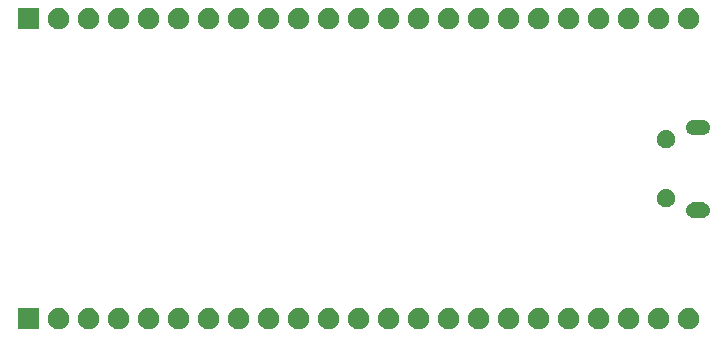
<source format=gbr>
G04 #@! TF.GenerationSoftware,KiCad,Pcbnew,(5.1.6)-1*
G04 #@! TF.CreationDate,2020-08-30T12:06:01+10:00*
G04 #@! TF.ProjectId,ESP32-S2-Breakout,45535033-322d-4533-922d-427265616b6f,rev?*
G04 #@! TF.SameCoordinates,Original*
G04 #@! TF.FileFunction,Soldermask,Bot*
G04 #@! TF.FilePolarity,Negative*
%FSLAX46Y46*%
G04 Gerber Fmt 4.6, Leading zero omitted, Abs format (unit mm)*
G04 Created by KiCad (PCBNEW (5.1.6)-1) date 2020-08-30 12:06:01*
%MOMM*%
%LPD*%
G01*
G04 APERTURE LIST*
%ADD10C,0.100000*%
G04 APERTURE END LIST*
D10*
G36*
X149973512Y-110863927D02*
G01*
X150122812Y-110893624D01*
X150286784Y-110961544D01*
X150434354Y-111060147D01*
X150559853Y-111185646D01*
X150658456Y-111333216D01*
X150726376Y-111497188D01*
X150761000Y-111671259D01*
X150761000Y-111848741D01*
X150726376Y-112022812D01*
X150658456Y-112186784D01*
X150559853Y-112334354D01*
X150434354Y-112459853D01*
X150286784Y-112558456D01*
X150122812Y-112626376D01*
X149973512Y-112656073D01*
X149948742Y-112661000D01*
X149771258Y-112661000D01*
X149746488Y-112656073D01*
X149597188Y-112626376D01*
X149433216Y-112558456D01*
X149285646Y-112459853D01*
X149160147Y-112334354D01*
X149061544Y-112186784D01*
X148993624Y-112022812D01*
X148959000Y-111848741D01*
X148959000Y-111671259D01*
X148993624Y-111497188D01*
X149061544Y-111333216D01*
X149160147Y-111185646D01*
X149285646Y-111060147D01*
X149433216Y-110961544D01*
X149597188Y-110893624D01*
X149746488Y-110863927D01*
X149771258Y-110859000D01*
X149948742Y-110859000D01*
X149973512Y-110863927D01*
G37*
G36*
X147433512Y-110863927D02*
G01*
X147582812Y-110893624D01*
X147746784Y-110961544D01*
X147894354Y-111060147D01*
X148019853Y-111185646D01*
X148118456Y-111333216D01*
X148186376Y-111497188D01*
X148221000Y-111671259D01*
X148221000Y-111848741D01*
X148186376Y-112022812D01*
X148118456Y-112186784D01*
X148019853Y-112334354D01*
X147894354Y-112459853D01*
X147746784Y-112558456D01*
X147582812Y-112626376D01*
X147433512Y-112656073D01*
X147408742Y-112661000D01*
X147231258Y-112661000D01*
X147206488Y-112656073D01*
X147057188Y-112626376D01*
X146893216Y-112558456D01*
X146745646Y-112459853D01*
X146620147Y-112334354D01*
X146521544Y-112186784D01*
X146453624Y-112022812D01*
X146419000Y-111848741D01*
X146419000Y-111671259D01*
X146453624Y-111497188D01*
X146521544Y-111333216D01*
X146620147Y-111185646D01*
X146745646Y-111060147D01*
X146893216Y-110961544D01*
X147057188Y-110893624D01*
X147206488Y-110863927D01*
X147231258Y-110859000D01*
X147408742Y-110859000D01*
X147433512Y-110863927D01*
G37*
G36*
X172833512Y-110863927D02*
G01*
X172982812Y-110893624D01*
X173146784Y-110961544D01*
X173294354Y-111060147D01*
X173419853Y-111185646D01*
X173518456Y-111333216D01*
X173586376Y-111497188D01*
X173621000Y-111671259D01*
X173621000Y-111848741D01*
X173586376Y-112022812D01*
X173518456Y-112186784D01*
X173419853Y-112334354D01*
X173294354Y-112459853D01*
X173146784Y-112558456D01*
X172982812Y-112626376D01*
X172833512Y-112656073D01*
X172808742Y-112661000D01*
X172631258Y-112661000D01*
X172606488Y-112656073D01*
X172457188Y-112626376D01*
X172293216Y-112558456D01*
X172145646Y-112459853D01*
X172020147Y-112334354D01*
X171921544Y-112186784D01*
X171853624Y-112022812D01*
X171819000Y-111848741D01*
X171819000Y-111671259D01*
X171853624Y-111497188D01*
X171921544Y-111333216D01*
X172020147Y-111185646D01*
X172145646Y-111060147D01*
X172293216Y-110961544D01*
X172457188Y-110893624D01*
X172606488Y-110863927D01*
X172631258Y-110859000D01*
X172808742Y-110859000D01*
X172833512Y-110863927D01*
G37*
G36*
X170293512Y-110863927D02*
G01*
X170442812Y-110893624D01*
X170606784Y-110961544D01*
X170754354Y-111060147D01*
X170879853Y-111185646D01*
X170978456Y-111333216D01*
X171046376Y-111497188D01*
X171081000Y-111671259D01*
X171081000Y-111848741D01*
X171046376Y-112022812D01*
X170978456Y-112186784D01*
X170879853Y-112334354D01*
X170754354Y-112459853D01*
X170606784Y-112558456D01*
X170442812Y-112626376D01*
X170293512Y-112656073D01*
X170268742Y-112661000D01*
X170091258Y-112661000D01*
X170066488Y-112656073D01*
X169917188Y-112626376D01*
X169753216Y-112558456D01*
X169605646Y-112459853D01*
X169480147Y-112334354D01*
X169381544Y-112186784D01*
X169313624Y-112022812D01*
X169279000Y-111848741D01*
X169279000Y-111671259D01*
X169313624Y-111497188D01*
X169381544Y-111333216D01*
X169480147Y-111185646D01*
X169605646Y-111060147D01*
X169753216Y-110961544D01*
X169917188Y-110893624D01*
X170066488Y-110863927D01*
X170091258Y-110859000D01*
X170268742Y-110859000D01*
X170293512Y-110863927D01*
G37*
G36*
X167753512Y-110863927D02*
G01*
X167902812Y-110893624D01*
X168066784Y-110961544D01*
X168214354Y-111060147D01*
X168339853Y-111185646D01*
X168438456Y-111333216D01*
X168506376Y-111497188D01*
X168541000Y-111671259D01*
X168541000Y-111848741D01*
X168506376Y-112022812D01*
X168438456Y-112186784D01*
X168339853Y-112334354D01*
X168214354Y-112459853D01*
X168066784Y-112558456D01*
X167902812Y-112626376D01*
X167753512Y-112656073D01*
X167728742Y-112661000D01*
X167551258Y-112661000D01*
X167526488Y-112656073D01*
X167377188Y-112626376D01*
X167213216Y-112558456D01*
X167065646Y-112459853D01*
X166940147Y-112334354D01*
X166841544Y-112186784D01*
X166773624Y-112022812D01*
X166739000Y-111848741D01*
X166739000Y-111671259D01*
X166773624Y-111497188D01*
X166841544Y-111333216D01*
X166940147Y-111185646D01*
X167065646Y-111060147D01*
X167213216Y-110961544D01*
X167377188Y-110893624D01*
X167526488Y-110863927D01*
X167551258Y-110859000D01*
X167728742Y-110859000D01*
X167753512Y-110863927D01*
G37*
G36*
X165213512Y-110863927D02*
G01*
X165362812Y-110893624D01*
X165526784Y-110961544D01*
X165674354Y-111060147D01*
X165799853Y-111185646D01*
X165898456Y-111333216D01*
X165966376Y-111497188D01*
X166001000Y-111671259D01*
X166001000Y-111848741D01*
X165966376Y-112022812D01*
X165898456Y-112186784D01*
X165799853Y-112334354D01*
X165674354Y-112459853D01*
X165526784Y-112558456D01*
X165362812Y-112626376D01*
X165213512Y-112656073D01*
X165188742Y-112661000D01*
X165011258Y-112661000D01*
X164986488Y-112656073D01*
X164837188Y-112626376D01*
X164673216Y-112558456D01*
X164525646Y-112459853D01*
X164400147Y-112334354D01*
X164301544Y-112186784D01*
X164233624Y-112022812D01*
X164199000Y-111848741D01*
X164199000Y-111671259D01*
X164233624Y-111497188D01*
X164301544Y-111333216D01*
X164400147Y-111185646D01*
X164525646Y-111060147D01*
X164673216Y-110961544D01*
X164837188Y-110893624D01*
X164986488Y-110863927D01*
X165011258Y-110859000D01*
X165188742Y-110859000D01*
X165213512Y-110863927D01*
G37*
G36*
X162673512Y-110863927D02*
G01*
X162822812Y-110893624D01*
X162986784Y-110961544D01*
X163134354Y-111060147D01*
X163259853Y-111185646D01*
X163358456Y-111333216D01*
X163426376Y-111497188D01*
X163461000Y-111671259D01*
X163461000Y-111848741D01*
X163426376Y-112022812D01*
X163358456Y-112186784D01*
X163259853Y-112334354D01*
X163134354Y-112459853D01*
X162986784Y-112558456D01*
X162822812Y-112626376D01*
X162673512Y-112656073D01*
X162648742Y-112661000D01*
X162471258Y-112661000D01*
X162446488Y-112656073D01*
X162297188Y-112626376D01*
X162133216Y-112558456D01*
X161985646Y-112459853D01*
X161860147Y-112334354D01*
X161761544Y-112186784D01*
X161693624Y-112022812D01*
X161659000Y-111848741D01*
X161659000Y-111671259D01*
X161693624Y-111497188D01*
X161761544Y-111333216D01*
X161860147Y-111185646D01*
X161985646Y-111060147D01*
X162133216Y-110961544D01*
X162297188Y-110893624D01*
X162446488Y-110863927D01*
X162471258Y-110859000D01*
X162648742Y-110859000D01*
X162673512Y-110863927D01*
G37*
G36*
X160133512Y-110863927D02*
G01*
X160282812Y-110893624D01*
X160446784Y-110961544D01*
X160594354Y-111060147D01*
X160719853Y-111185646D01*
X160818456Y-111333216D01*
X160886376Y-111497188D01*
X160921000Y-111671259D01*
X160921000Y-111848741D01*
X160886376Y-112022812D01*
X160818456Y-112186784D01*
X160719853Y-112334354D01*
X160594354Y-112459853D01*
X160446784Y-112558456D01*
X160282812Y-112626376D01*
X160133512Y-112656073D01*
X160108742Y-112661000D01*
X159931258Y-112661000D01*
X159906488Y-112656073D01*
X159757188Y-112626376D01*
X159593216Y-112558456D01*
X159445646Y-112459853D01*
X159320147Y-112334354D01*
X159221544Y-112186784D01*
X159153624Y-112022812D01*
X159119000Y-111848741D01*
X159119000Y-111671259D01*
X159153624Y-111497188D01*
X159221544Y-111333216D01*
X159320147Y-111185646D01*
X159445646Y-111060147D01*
X159593216Y-110961544D01*
X159757188Y-110893624D01*
X159906488Y-110863927D01*
X159931258Y-110859000D01*
X160108742Y-110859000D01*
X160133512Y-110863927D01*
G37*
G36*
X157593512Y-110863927D02*
G01*
X157742812Y-110893624D01*
X157906784Y-110961544D01*
X158054354Y-111060147D01*
X158179853Y-111185646D01*
X158278456Y-111333216D01*
X158346376Y-111497188D01*
X158381000Y-111671259D01*
X158381000Y-111848741D01*
X158346376Y-112022812D01*
X158278456Y-112186784D01*
X158179853Y-112334354D01*
X158054354Y-112459853D01*
X157906784Y-112558456D01*
X157742812Y-112626376D01*
X157593512Y-112656073D01*
X157568742Y-112661000D01*
X157391258Y-112661000D01*
X157366488Y-112656073D01*
X157217188Y-112626376D01*
X157053216Y-112558456D01*
X156905646Y-112459853D01*
X156780147Y-112334354D01*
X156681544Y-112186784D01*
X156613624Y-112022812D01*
X156579000Y-111848741D01*
X156579000Y-111671259D01*
X156613624Y-111497188D01*
X156681544Y-111333216D01*
X156780147Y-111185646D01*
X156905646Y-111060147D01*
X157053216Y-110961544D01*
X157217188Y-110893624D01*
X157366488Y-110863927D01*
X157391258Y-110859000D01*
X157568742Y-110859000D01*
X157593512Y-110863927D01*
G37*
G36*
X155053512Y-110863927D02*
G01*
X155202812Y-110893624D01*
X155366784Y-110961544D01*
X155514354Y-111060147D01*
X155639853Y-111185646D01*
X155738456Y-111333216D01*
X155806376Y-111497188D01*
X155841000Y-111671259D01*
X155841000Y-111848741D01*
X155806376Y-112022812D01*
X155738456Y-112186784D01*
X155639853Y-112334354D01*
X155514354Y-112459853D01*
X155366784Y-112558456D01*
X155202812Y-112626376D01*
X155053512Y-112656073D01*
X155028742Y-112661000D01*
X154851258Y-112661000D01*
X154826488Y-112656073D01*
X154677188Y-112626376D01*
X154513216Y-112558456D01*
X154365646Y-112459853D01*
X154240147Y-112334354D01*
X154141544Y-112186784D01*
X154073624Y-112022812D01*
X154039000Y-111848741D01*
X154039000Y-111671259D01*
X154073624Y-111497188D01*
X154141544Y-111333216D01*
X154240147Y-111185646D01*
X154365646Y-111060147D01*
X154513216Y-110961544D01*
X154677188Y-110893624D01*
X154826488Y-110863927D01*
X154851258Y-110859000D01*
X155028742Y-110859000D01*
X155053512Y-110863927D01*
G37*
G36*
X152513512Y-110863927D02*
G01*
X152662812Y-110893624D01*
X152826784Y-110961544D01*
X152974354Y-111060147D01*
X153099853Y-111185646D01*
X153198456Y-111333216D01*
X153266376Y-111497188D01*
X153301000Y-111671259D01*
X153301000Y-111848741D01*
X153266376Y-112022812D01*
X153198456Y-112186784D01*
X153099853Y-112334354D01*
X152974354Y-112459853D01*
X152826784Y-112558456D01*
X152662812Y-112626376D01*
X152513512Y-112656073D01*
X152488742Y-112661000D01*
X152311258Y-112661000D01*
X152286488Y-112656073D01*
X152137188Y-112626376D01*
X151973216Y-112558456D01*
X151825646Y-112459853D01*
X151700147Y-112334354D01*
X151601544Y-112186784D01*
X151533624Y-112022812D01*
X151499000Y-111848741D01*
X151499000Y-111671259D01*
X151533624Y-111497188D01*
X151601544Y-111333216D01*
X151700147Y-111185646D01*
X151825646Y-111060147D01*
X151973216Y-110961544D01*
X152137188Y-110893624D01*
X152286488Y-110863927D01*
X152311258Y-110859000D01*
X152488742Y-110859000D01*
X152513512Y-110863927D01*
G37*
G36*
X175373512Y-110863927D02*
G01*
X175522812Y-110893624D01*
X175686784Y-110961544D01*
X175834354Y-111060147D01*
X175959853Y-111185646D01*
X176058456Y-111333216D01*
X176126376Y-111497188D01*
X176161000Y-111671259D01*
X176161000Y-111848741D01*
X176126376Y-112022812D01*
X176058456Y-112186784D01*
X175959853Y-112334354D01*
X175834354Y-112459853D01*
X175686784Y-112558456D01*
X175522812Y-112626376D01*
X175373512Y-112656073D01*
X175348742Y-112661000D01*
X175171258Y-112661000D01*
X175146488Y-112656073D01*
X174997188Y-112626376D01*
X174833216Y-112558456D01*
X174685646Y-112459853D01*
X174560147Y-112334354D01*
X174461544Y-112186784D01*
X174393624Y-112022812D01*
X174359000Y-111848741D01*
X174359000Y-111671259D01*
X174393624Y-111497188D01*
X174461544Y-111333216D01*
X174560147Y-111185646D01*
X174685646Y-111060147D01*
X174833216Y-110961544D01*
X174997188Y-110893624D01*
X175146488Y-110863927D01*
X175171258Y-110859000D01*
X175348742Y-110859000D01*
X175373512Y-110863927D01*
G37*
G36*
X144893512Y-110863927D02*
G01*
X145042812Y-110893624D01*
X145206784Y-110961544D01*
X145354354Y-111060147D01*
X145479853Y-111185646D01*
X145578456Y-111333216D01*
X145646376Y-111497188D01*
X145681000Y-111671259D01*
X145681000Y-111848741D01*
X145646376Y-112022812D01*
X145578456Y-112186784D01*
X145479853Y-112334354D01*
X145354354Y-112459853D01*
X145206784Y-112558456D01*
X145042812Y-112626376D01*
X144893512Y-112656073D01*
X144868742Y-112661000D01*
X144691258Y-112661000D01*
X144666488Y-112656073D01*
X144517188Y-112626376D01*
X144353216Y-112558456D01*
X144205646Y-112459853D01*
X144080147Y-112334354D01*
X143981544Y-112186784D01*
X143913624Y-112022812D01*
X143879000Y-111848741D01*
X143879000Y-111671259D01*
X143913624Y-111497188D01*
X143981544Y-111333216D01*
X144080147Y-111185646D01*
X144205646Y-111060147D01*
X144353216Y-110961544D01*
X144517188Y-110893624D01*
X144666488Y-110863927D01*
X144691258Y-110859000D01*
X144868742Y-110859000D01*
X144893512Y-110863927D01*
G37*
G36*
X142353512Y-110863927D02*
G01*
X142502812Y-110893624D01*
X142666784Y-110961544D01*
X142814354Y-111060147D01*
X142939853Y-111185646D01*
X143038456Y-111333216D01*
X143106376Y-111497188D01*
X143141000Y-111671259D01*
X143141000Y-111848741D01*
X143106376Y-112022812D01*
X143038456Y-112186784D01*
X142939853Y-112334354D01*
X142814354Y-112459853D01*
X142666784Y-112558456D01*
X142502812Y-112626376D01*
X142353512Y-112656073D01*
X142328742Y-112661000D01*
X142151258Y-112661000D01*
X142126488Y-112656073D01*
X141977188Y-112626376D01*
X141813216Y-112558456D01*
X141665646Y-112459853D01*
X141540147Y-112334354D01*
X141441544Y-112186784D01*
X141373624Y-112022812D01*
X141339000Y-111848741D01*
X141339000Y-111671259D01*
X141373624Y-111497188D01*
X141441544Y-111333216D01*
X141540147Y-111185646D01*
X141665646Y-111060147D01*
X141813216Y-110961544D01*
X141977188Y-110893624D01*
X142126488Y-110863927D01*
X142151258Y-110859000D01*
X142328742Y-110859000D01*
X142353512Y-110863927D01*
G37*
G36*
X139813512Y-110863927D02*
G01*
X139962812Y-110893624D01*
X140126784Y-110961544D01*
X140274354Y-111060147D01*
X140399853Y-111185646D01*
X140498456Y-111333216D01*
X140566376Y-111497188D01*
X140601000Y-111671259D01*
X140601000Y-111848741D01*
X140566376Y-112022812D01*
X140498456Y-112186784D01*
X140399853Y-112334354D01*
X140274354Y-112459853D01*
X140126784Y-112558456D01*
X139962812Y-112626376D01*
X139813512Y-112656073D01*
X139788742Y-112661000D01*
X139611258Y-112661000D01*
X139586488Y-112656073D01*
X139437188Y-112626376D01*
X139273216Y-112558456D01*
X139125646Y-112459853D01*
X139000147Y-112334354D01*
X138901544Y-112186784D01*
X138833624Y-112022812D01*
X138799000Y-111848741D01*
X138799000Y-111671259D01*
X138833624Y-111497188D01*
X138901544Y-111333216D01*
X139000147Y-111185646D01*
X139125646Y-111060147D01*
X139273216Y-110961544D01*
X139437188Y-110893624D01*
X139586488Y-110863927D01*
X139611258Y-110859000D01*
X139788742Y-110859000D01*
X139813512Y-110863927D01*
G37*
G36*
X137273512Y-110863927D02*
G01*
X137422812Y-110893624D01*
X137586784Y-110961544D01*
X137734354Y-111060147D01*
X137859853Y-111185646D01*
X137958456Y-111333216D01*
X138026376Y-111497188D01*
X138061000Y-111671259D01*
X138061000Y-111848741D01*
X138026376Y-112022812D01*
X137958456Y-112186784D01*
X137859853Y-112334354D01*
X137734354Y-112459853D01*
X137586784Y-112558456D01*
X137422812Y-112626376D01*
X137273512Y-112656073D01*
X137248742Y-112661000D01*
X137071258Y-112661000D01*
X137046488Y-112656073D01*
X136897188Y-112626376D01*
X136733216Y-112558456D01*
X136585646Y-112459853D01*
X136460147Y-112334354D01*
X136361544Y-112186784D01*
X136293624Y-112022812D01*
X136259000Y-111848741D01*
X136259000Y-111671259D01*
X136293624Y-111497188D01*
X136361544Y-111333216D01*
X136460147Y-111185646D01*
X136585646Y-111060147D01*
X136733216Y-110961544D01*
X136897188Y-110893624D01*
X137046488Y-110863927D01*
X137071258Y-110859000D01*
X137248742Y-110859000D01*
X137273512Y-110863927D01*
G37*
G36*
X134733512Y-110863927D02*
G01*
X134882812Y-110893624D01*
X135046784Y-110961544D01*
X135194354Y-111060147D01*
X135319853Y-111185646D01*
X135418456Y-111333216D01*
X135486376Y-111497188D01*
X135521000Y-111671259D01*
X135521000Y-111848741D01*
X135486376Y-112022812D01*
X135418456Y-112186784D01*
X135319853Y-112334354D01*
X135194354Y-112459853D01*
X135046784Y-112558456D01*
X134882812Y-112626376D01*
X134733512Y-112656073D01*
X134708742Y-112661000D01*
X134531258Y-112661000D01*
X134506488Y-112656073D01*
X134357188Y-112626376D01*
X134193216Y-112558456D01*
X134045646Y-112459853D01*
X133920147Y-112334354D01*
X133821544Y-112186784D01*
X133753624Y-112022812D01*
X133719000Y-111848741D01*
X133719000Y-111671259D01*
X133753624Y-111497188D01*
X133821544Y-111333216D01*
X133920147Y-111185646D01*
X134045646Y-111060147D01*
X134193216Y-110961544D01*
X134357188Y-110893624D01*
X134506488Y-110863927D01*
X134531258Y-110859000D01*
X134708742Y-110859000D01*
X134733512Y-110863927D01*
G37*
G36*
X132193512Y-110863927D02*
G01*
X132342812Y-110893624D01*
X132506784Y-110961544D01*
X132654354Y-111060147D01*
X132779853Y-111185646D01*
X132878456Y-111333216D01*
X132946376Y-111497188D01*
X132981000Y-111671259D01*
X132981000Y-111848741D01*
X132946376Y-112022812D01*
X132878456Y-112186784D01*
X132779853Y-112334354D01*
X132654354Y-112459853D01*
X132506784Y-112558456D01*
X132342812Y-112626376D01*
X132193512Y-112656073D01*
X132168742Y-112661000D01*
X131991258Y-112661000D01*
X131966488Y-112656073D01*
X131817188Y-112626376D01*
X131653216Y-112558456D01*
X131505646Y-112459853D01*
X131380147Y-112334354D01*
X131281544Y-112186784D01*
X131213624Y-112022812D01*
X131179000Y-111848741D01*
X131179000Y-111671259D01*
X131213624Y-111497188D01*
X131281544Y-111333216D01*
X131380147Y-111185646D01*
X131505646Y-111060147D01*
X131653216Y-110961544D01*
X131817188Y-110893624D01*
X131966488Y-110863927D01*
X131991258Y-110859000D01*
X132168742Y-110859000D01*
X132193512Y-110863927D01*
G37*
G36*
X129653512Y-110863927D02*
G01*
X129802812Y-110893624D01*
X129966784Y-110961544D01*
X130114354Y-111060147D01*
X130239853Y-111185646D01*
X130338456Y-111333216D01*
X130406376Y-111497188D01*
X130441000Y-111671259D01*
X130441000Y-111848741D01*
X130406376Y-112022812D01*
X130338456Y-112186784D01*
X130239853Y-112334354D01*
X130114354Y-112459853D01*
X129966784Y-112558456D01*
X129802812Y-112626376D01*
X129653512Y-112656073D01*
X129628742Y-112661000D01*
X129451258Y-112661000D01*
X129426488Y-112656073D01*
X129277188Y-112626376D01*
X129113216Y-112558456D01*
X128965646Y-112459853D01*
X128840147Y-112334354D01*
X128741544Y-112186784D01*
X128673624Y-112022812D01*
X128639000Y-111848741D01*
X128639000Y-111671259D01*
X128673624Y-111497188D01*
X128741544Y-111333216D01*
X128840147Y-111185646D01*
X128965646Y-111060147D01*
X129113216Y-110961544D01*
X129277188Y-110893624D01*
X129426488Y-110863927D01*
X129451258Y-110859000D01*
X129628742Y-110859000D01*
X129653512Y-110863927D01*
G37*
G36*
X127113512Y-110863927D02*
G01*
X127262812Y-110893624D01*
X127426784Y-110961544D01*
X127574354Y-111060147D01*
X127699853Y-111185646D01*
X127798456Y-111333216D01*
X127866376Y-111497188D01*
X127901000Y-111671259D01*
X127901000Y-111848741D01*
X127866376Y-112022812D01*
X127798456Y-112186784D01*
X127699853Y-112334354D01*
X127574354Y-112459853D01*
X127426784Y-112558456D01*
X127262812Y-112626376D01*
X127113512Y-112656073D01*
X127088742Y-112661000D01*
X126911258Y-112661000D01*
X126886488Y-112656073D01*
X126737188Y-112626376D01*
X126573216Y-112558456D01*
X126425646Y-112459853D01*
X126300147Y-112334354D01*
X126201544Y-112186784D01*
X126133624Y-112022812D01*
X126099000Y-111848741D01*
X126099000Y-111671259D01*
X126133624Y-111497188D01*
X126201544Y-111333216D01*
X126300147Y-111185646D01*
X126425646Y-111060147D01*
X126573216Y-110961544D01*
X126737188Y-110893624D01*
X126886488Y-110863927D01*
X126911258Y-110859000D01*
X127088742Y-110859000D01*
X127113512Y-110863927D01*
G37*
G36*
X124573512Y-110863927D02*
G01*
X124722812Y-110893624D01*
X124886784Y-110961544D01*
X125034354Y-111060147D01*
X125159853Y-111185646D01*
X125258456Y-111333216D01*
X125326376Y-111497188D01*
X125361000Y-111671259D01*
X125361000Y-111848741D01*
X125326376Y-112022812D01*
X125258456Y-112186784D01*
X125159853Y-112334354D01*
X125034354Y-112459853D01*
X124886784Y-112558456D01*
X124722812Y-112626376D01*
X124573512Y-112656073D01*
X124548742Y-112661000D01*
X124371258Y-112661000D01*
X124346488Y-112656073D01*
X124197188Y-112626376D01*
X124033216Y-112558456D01*
X123885646Y-112459853D01*
X123760147Y-112334354D01*
X123661544Y-112186784D01*
X123593624Y-112022812D01*
X123559000Y-111848741D01*
X123559000Y-111671259D01*
X123593624Y-111497188D01*
X123661544Y-111333216D01*
X123760147Y-111185646D01*
X123885646Y-111060147D01*
X124033216Y-110961544D01*
X124197188Y-110893624D01*
X124346488Y-110863927D01*
X124371258Y-110859000D01*
X124548742Y-110859000D01*
X124573512Y-110863927D01*
G37*
G36*
X122033512Y-110863927D02*
G01*
X122182812Y-110893624D01*
X122346784Y-110961544D01*
X122494354Y-111060147D01*
X122619853Y-111185646D01*
X122718456Y-111333216D01*
X122786376Y-111497188D01*
X122821000Y-111671259D01*
X122821000Y-111848741D01*
X122786376Y-112022812D01*
X122718456Y-112186784D01*
X122619853Y-112334354D01*
X122494354Y-112459853D01*
X122346784Y-112558456D01*
X122182812Y-112626376D01*
X122033512Y-112656073D01*
X122008742Y-112661000D01*
X121831258Y-112661000D01*
X121806488Y-112656073D01*
X121657188Y-112626376D01*
X121493216Y-112558456D01*
X121345646Y-112459853D01*
X121220147Y-112334354D01*
X121121544Y-112186784D01*
X121053624Y-112022812D01*
X121019000Y-111848741D01*
X121019000Y-111671259D01*
X121053624Y-111497188D01*
X121121544Y-111333216D01*
X121220147Y-111185646D01*
X121345646Y-111060147D01*
X121493216Y-110961544D01*
X121657188Y-110893624D01*
X121806488Y-110863927D01*
X121831258Y-110859000D01*
X122008742Y-110859000D01*
X122033512Y-110863927D01*
G37*
G36*
X120281000Y-112661000D02*
G01*
X118479000Y-112661000D01*
X118479000Y-110859000D01*
X120281000Y-110859000D01*
X120281000Y-112661000D01*
G37*
G36*
X176468855Y-101912140D02*
G01*
X176532618Y-101918420D01*
X176623404Y-101945960D01*
X176655336Y-101955646D01*
X176768425Y-102016094D01*
X176867554Y-102097446D01*
X176948906Y-102196575D01*
X177009354Y-102309664D01*
X177009355Y-102309668D01*
X177046580Y-102432382D01*
X177059149Y-102560000D01*
X177046580Y-102687618D01*
X177019040Y-102778404D01*
X177009354Y-102810336D01*
X176948906Y-102923425D01*
X176867554Y-103022554D01*
X176768425Y-103103906D01*
X176655336Y-103164354D01*
X176623404Y-103174040D01*
X176532618Y-103201580D01*
X176468855Y-103207860D01*
X176436974Y-103211000D01*
X175673026Y-103211000D01*
X175641145Y-103207860D01*
X175577382Y-103201580D01*
X175486596Y-103174040D01*
X175454664Y-103164354D01*
X175341575Y-103103906D01*
X175242446Y-103022554D01*
X175161094Y-102923425D01*
X175100646Y-102810336D01*
X175090960Y-102778404D01*
X175063420Y-102687618D01*
X175050851Y-102560000D01*
X175063420Y-102432382D01*
X175100645Y-102309668D01*
X175100646Y-102309664D01*
X175161094Y-102196575D01*
X175242446Y-102097446D01*
X175341575Y-102016094D01*
X175454664Y-101955646D01*
X175486596Y-101945960D01*
X175577382Y-101918420D01*
X175641145Y-101912140D01*
X175673026Y-101909000D01*
X176436974Y-101909000D01*
X176468855Y-101912140D01*
G37*
G36*
X173581348Y-100813820D02*
G01*
X173581350Y-100813821D01*
X173581351Y-100813821D01*
X173722574Y-100872317D01*
X173722577Y-100872319D01*
X173849669Y-100957239D01*
X173957761Y-101065331D01*
X174042681Y-101192423D01*
X174042683Y-101192426D01*
X174101179Y-101333649D01*
X174131000Y-101483571D01*
X174131000Y-101636429D01*
X174101179Y-101786351D01*
X174042683Y-101927574D01*
X174042681Y-101927577D01*
X173957761Y-102054669D01*
X173849669Y-102162761D01*
X173722577Y-102247681D01*
X173722574Y-102247683D01*
X173581351Y-102306179D01*
X173581350Y-102306179D01*
X173581348Y-102306180D01*
X173431431Y-102336000D01*
X173278569Y-102336000D01*
X173128652Y-102306180D01*
X173128650Y-102306179D01*
X173128649Y-102306179D01*
X172987426Y-102247683D01*
X172987423Y-102247681D01*
X172860331Y-102162761D01*
X172752239Y-102054669D01*
X172667319Y-101927577D01*
X172667317Y-101927574D01*
X172608821Y-101786351D01*
X172579000Y-101636429D01*
X172579000Y-101483571D01*
X172608821Y-101333649D01*
X172667317Y-101192426D01*
X172667319Y-101192423D01*
X172752239Y-101065331D01*
X172860331Y-100957239D01*
X172987423Y-100872319D01*
X172987426Y-100872317D01*
X173128649Y-100813821D01*
X173128650Y-100813821D01*
X173128652Y-100813820D01*
X173278569Y-100784000D01*
X173431431Y-100784000D01*
X173581348Y-100813820D01*
G37*
G36*
X173581348Y-95813820D02*
G01*
X173581350Y-95813821D01*
X173581351Y-95813821D01*
X173722574Y-95872317D01*
X173722577Y-95872319D01*
X173849669Y-95957239D01*
X173957761Y-96065331D01*
X174042681Y-96192423D01*
X174042683Y-96192426D01*
X174101179Y-96333649D01*
X174131000Y-96483571D01*
X174131000Y-96636429D01*
X174101179Y-96786351D01*
X174042683Y-96927574D01*
X174042681Y-96927577D01*
X173957761Y-97054669D01*
X173849669Y-97162761D01*
X173722577Y-97247681D01*
X173722574Y-97247683D01*
X173581351Y-97306179D01*
X173581350Y-97306179D01*
X173581348Y-97306180D01*
X173431431Y-97336000D01*
X173278569Y-97336000D01*
X173128652Y-97306180D01*
X173128650Y-97306179D01*
X173128649Y-97306179D01*
X172987426Y-97247683D01*
X172987423Y-97247681D01*
X172860331Y-97162761D01*
X172752239Y-97054669D01*
X172667319Y-96927577D01*
X172667317Y-96927574D01*
X172608821Y-96786351D01*
X172579000Y-96636429D01*
X172579000Y-96483571D01*
X172608821Y-96333649D01*
X172667317Y-96192426D01*
X172667319Y-96192423D01*
X172752239Y-96065331D01*
X172860331Y-95957239D01*
X172987423Y-95872319D01*
X172987426Y-95872317D01*
X173128649Y-95813821D01*
X173128650Y-95813821D01*
X173128652Y-95813820D01*
X173278569Y-95784000D01*
X173431431Y-95784000D01*
X173581348Y-95813820D01*
G37*
G36*
X176468855Y-94912140D02*
G01*
X176532618Y-94918420D01*
X176623404Y-94945960D01*
X176655336Y-94955646D01*
X176768425Y-95016094D01*
X176867554Y-95097446D01*
X176948906Y-95196575D01*
X177009354Y-95309664D01*
X177009355Y-95309668D01*
X177046580Y-95432382D01*
X177059149Y-95560000D01*
X177046580Y-95687618D01*
X177019040Y-95778404D01*
X177009354Y-95810336D01*
X176948906Y-95923425D01*
X176867554Y-96022554D01*
X176768425Y-96103906D01*
X176655336Y-96164354D01*
X176623404Y-96174040D01*
X176532618Y-96201580D01*
X176468855Y-96207860D01*
X176436974Y-96211000D01*
X175673026Y-96211000D01*
X175641145Y-96207860D01*
X175577382Y-96201580D01*
X175486596Y-96174040D01*
X175454664Y-96164354D01*
X175341575Y-96103906D01*
X175242446Y-96022554D01*
X175161094Y-95923425D01*
X175100646Y-95810336D01*
X175090960Y-95778404D01*
X175063420Y-95687618D01*
X175050851Y-95560000D01*
X175063420Y-95432382D01*
X175100645Y-95309668D01*
X175100646Y-95309664D01*
X175161094Y-95196575D01*
X175242446Y-95097446D01*
X175341575Y-95016094D01*
X175454664Y-94955646D01*
X175486596Y-94945960D01*
X175577382Y-94918420D01*
X175641145Y-94912140D01*
X175673026Y-94909000D01*
X176436974Y-94909000D01*
X176468855Y-94912140D01*
G37*
G36*
X152513512Y-85463927D02*
G01*
X152662812Y-85493624D01*
X152826784Y-85561544D01*
X152974354Y-85660147D01*
X153099853Y-85785646D01*
X153198456Y-85933216D01*
X153266376Y-86097188D01*
X153301000Y-86271259D01*
X153301000Y-86448741D01*
X153266376Y-86622812D01*
X153198456Y-86786784D01*
X153099853Y-86934354D01*
X152974354Y-87059853D01*
X152826784Y-87158456D01*
X152662812Y-87226376D01*
X152513512Y-87256073D01*
X152488742Y-87261000D01*
X152311258Y-87261000D01*
X152286488Y-87256073D01*
X152137188Y-87226376D01*
X151973216Y-87158456D01*
X151825646Y-87059853D01*
X151700147Y-86934354D01*
X151601544Y-86786784D01*
X151533624Y-86622812D01*
X151499000Y-86448741D01*
X151499000Y-86271259D01*
X151533624Y-86097188D01*
X151601544Y-85933216D01*
X151700147Y-85785646D01*
X151825646Y-85660147D01*
X151973216Y-85561544D01*
X152137188Y-85493624D01*
X152286488Y-85463927D01*
X152311258Y-85459000D01*
X152488742Y-85459000D01*
X152513512Y-85463927D01*
G37*
G36*
X122033512Y-85463927D02*
G01*
X122182812Y-85493624D01*
X122346784Y-85561544D01*
X122494354Y-85660147D01*
X122619853Y-85785646D01*
X122718456Y-85933216D01*
X122786376Y-86097188D01*
X122821000Y-86271259D01*
X122821000Y-86448741D01*
X122786376Y-86622812D01*
X122718456Y-86786784D01*
X122619853Y-86934354D01*
X122494354Y-87059853D01*
X122346784Y-87158456D01*
X122182812Y-87226376D01*
X122033512Y-87256073D01*
X122008742Y-87261000D01*
X121831258Y-87261000D01*
X121806488Y-87256073D01*
X121657188Y-87226376D01*
X121493216Y-87158456D01*
X121345646Y-87059853D01*
X121220147Y-86934354D01*
X121121544Y-86786784D01*
X121053624Y-86622812D01*
X121019000Y-86448741D01*
X121019000Y-86271259D01*
X121053624Y-86097188D01*
X121121544Y-85933216D01*
X121220147Y-85785646D01*
X121345646Y-85660147D01*
X121493216Y-85561544D01*
X121657188Y-85493624D01*
X121806488Y-85463927D01*
X121831258Y-85459000D01*
X122008742Y-85459000D01*
X122033512Y-85463927D01*
G37*
G36*
X120281000Y-87261000D02*
G01*
X118479000Y-87261000D01*
X118479000Y-85459000D01*
X120281000Y-85459000D01*
X120281000Y-87261000D01*
G37*
G36*
X175373512Y-85463927D02*
G01*
X175522812Y-85493624D01*
X175686784Y-85561544D01*
X175834354Y-85660147D01*
X175959853Y-85785646D01*
X176058456Y-85933216D01*
X176126376Y-86097188D01*
X176161000Y-86271259D01*
X176161000Y-86448741D01*
X176126376Y-86622812D01*
X176058456Y-86786784D01*
X175959853Y-86934354D01*
X175834354Y-87059853D01*
X175686784Y-87158456D01*
X175522812Y-87226376D01*
X175373512Y-87256073D01*
X175348742Y-87261000D01*
X175171258Y-87261000D01*
X175146488Y-87256073D01*
X174997188Y-87226376D01*
X174833216Y-87158456D01*
X174685646Y-87059853D01*
X174560147Y-86934354D01*
X174461544Y-86786784D01*
X174393624Y-86622812D01*
X174359000Y-86448741D01*
X174359000Y-86271259D01*
X174393624Y-86097188D01*
X174461544Y-85933216D01*
X174560147Y-85785646D01*
X174685646Y-85660147D01*
X174833216Y-85561544D01*
X174997188Y-85493624D01*
X175146488Y-85463927D01*
X175171258Y-85459000D01*
X175348742Y-85459000D01*
X175373512Y-85463927D01*
G37*
G36*
X172833512Y-85463927D02*
G01*
X172982812Y-85493624D01*
X173146784Y-85561544D01*
X173294354Y-85660147D01*
X173419853Y-85785646D01*
X173518456Y-85933216D01*
X173586376Y-86097188D01*
X173621000Y-86271259D01*
X173621000Y-86448741D01*
X173586376Y-86622812D01*
X173518456Y-86786784D01*
X173419853Y-86934354D01*
X173294354Y-87059853D01*
X173146784Y-87158456D01*
X172982812Y-87226376D01*
X172833512Y-87256073D01*
X172808742Y-87261000D01*
X172631258Y-87261000D01*
X172606488Y-87256073D01*
X172457188Y-87226376D01*
X172293216Y-87158456D01*
X172145646Y-87059853D01*
X172020147Y-86934354D01*
X171921544Y-86786784D01*
X171853624Y-86622812D01*
X171819000Y-86448741D01*
X171819000Y-86271259D01*
X171853624Y-86097188D01*
X171921544Y-85933216D01*
X172020147Y-85785646D01*
X172145646Y-85660147D01*
X172293216Y-85561544D01*
X172457188Y-85493624D01*
X172606488Y-85463927D01*
X172631258Y-85459000D01*
X172808742Y-85459000D01*
X172833512Y-85463927D01*
G37*
G36*
X170293512Y-85463927D02*
G01*
X170442812Y-85493624D01*
X170606784Y-85561544D01*
X170754354Y-85660147D01*
X170879853Y-85785646D01*
X170978456Y-85933216D01*
X171046376Y-86097188D01*
X171081000Y-86271259D01*
X171081000Y-86448741D01*
X171046376Y-86622812D01*
X170978456Y-86786784D01*
X170879853Y-86934354D01*
X170754354Y-87059853D01*
X170606784Y-87158456D01*
X170442812Y-87226376D01*
X170293512Y-87256073D01*
X170268742Y-87261000D01*
X170091258Y-87261000D01*
X170066488Y-87256073D01*
X169917188Y-87226376D01*
X169753216Y-87158456D01*
X169605646Y-87059853D01*
X169480147Y-86934354D01*
X169381544Y-86786784D01*
X169313624Y-86622812D01*
X169279000Y-86448741D01*
X169279000Y-86271259D01*
X169313624Y-86097188D01*
X169381544Y-85933216D01*
X169480147Y-85785646D01*
X169605646Y-85660147D01*
X169753216Y-85561544D01*
X169917188Y-85493624D01*
X170066488Y-85463927D01*
X170091258Y-85459000D01*
X170268742Y-85459000D01*
X170293512Y-85463927D01*
G37*
G36*
X167753512Y-85463927D02*
G01*
X167902812Y-85493624D01*
X168066784Y-85561544D01*
X168214354Y-85660147D01*
X168339853Y-85785646D01*
X168438456Y-85933216D01*
X168506376Y-86097188D01*
X168541000Y-86271259D01*
X168541000Y-86448741D01*
X168506376Y-86622812D01*
X168438456Y-86786784D01*
X168339853Y-86934354D01*
X168214354Y-87059853D01*
X168066784Y-87158456D01*
X167902812Y-87226376D01*
X167753512Y-87256073D01*
X167728742Y-87261000D01*
X167551258Y-87261000D01*
X167526488Y-87256073D01*
X167377188Y-87226376D01*
X167213216Y-87158456D01*
X167065646Y-87059853D01*
X166940147Y-86934354D01*
X166841544Y-86786784D01*
X166773624Y-86622812D01*
X166739000Y-86448741D01*
X166739000Y-86271259D01*
X166773624Y-86097188D01*
X166841544Y-85933216D01*
X166940147Y-85785646D01*
X167065646Y-85660147D01*
X167213216Y-85561544D01*
X167377188Y-85493624D01*
X167526488Y-85463927D01*
X167551258Y-85459000D01*
X167728742Y-85459000D01*
X167753512Y-85463927D01*
G37*
G36*
X165213512Y-85463927D02*
G01*
X165362812Y-85493624D01*
X165526784Y-85561544D01*
X165674354Y-85660147D01*
X165799853Y-85785646D01*
X165898456Y-85933216D01*
X165966376Y-86097188D01*
X166001000Y-86271259D01*
X166001000Y-86448741D01*
X165966376Y-86622812D01*
X165898456Y-86786784D01*
X165799853Y-86934354D01*
X165674354Y-87059853D01*
X165526784Y-87158456D01*
X165362812Y-87226376D01*
X165213512Y-87256073D01*
X165188742Y-87261000D01*
X165011258Y-87261000D01*
X164986488Y-87256073D01*
X164837188Y-87226376D01*
X164673216Y-87158456D01*
X164525646Y-87059853D01*
X164400147Y-86934354D01*
X164301544Y-86786784D01*
X164233624Y-86622812D01*
X164199000Y-86448741D01*
X164199000Y-86271259D01*
X164233624Y-86097188D01*
X164301544Y-85933216D01*
X164400147Y-85785646D01*
X164525646Y-85660147D01*
X164673216Y-85561544D01*
X164837188Y-85493624D01*
X164986488Y-85463927D01*
X165011258Y-85459000D01*
X165188742Y-85459000D01*
X165213512Y-85463927D01*
G37*
G36*
X162673512Y-85463927D02*
G01*
X162822812Y-85493624D01*
X162986784Y-85561544D01*
X163134354Y-85660147D01*
X163259853Y-85785646D01*
X163358456Y-85933216D01*
X163426376Y-86097188D01*
X163461000Y-86271259D01*
X163461000Y-86448741D01*
X163426376Y-86622812D01*
X163358456Y-86786784D01*
X163259853Y-86934354D01*
X163134354Y-87059853D01*
X162986784Y-87158456D01*
X162822812Y-87226376D01*
X162673512Y-87256073D01*
X162648742Y-87261000D01*
X162471258Y-87261000D01*
X162446488Y-87256073D01*
X162297188Y-87226376D01*
X162133216Y-87158456D01*
X161985646Y-87059853D01*
X161860147Y-86934354D01*
X161761544Y-86786784D01*
X161693624Y-86622812D01*
X161659000Y-86448741D01*
X161659000Y-86271259D01*
X161693624Y-86097188D01*
X161761544Y-85933216D01*
X161860147Y-85785646D01*
X161985646Y-85660147D01*
X162133216Y-85561544D01*
X162297188Y-85493624D01*
X162446488Y-85463927D01*
X162471258Y-85459000D01*
X162648742Y-85459000D01*
X162673512Y-85463927D01*
G37*
G36*
X160133512Y-85463927D02*
G01*
X160282812Y-85493624D01*
X160446784Y-85561544D01*
X160594354Y-85660147D01*
X160719853Y-85785646D01*
X160818456Y-85933216D01*
X160886376Y-86097188D01*
X160921000Y-86271259D01*
X160921000Y-86448741D01*
X160886376Y-86622812D01*
X160818456Y-86786784D01*
X160719853Y-86934354D01*
X160594354Y-87059853D01*
X160446784Y-87158456D01*
X160282812Y-87226376D01*
X160133512Y-87256073D01*
X160108742Y-87261000D01*
X159931258Y-87261000D01*
X159906488Y-87256073D01*
X159757188Y-87226376D01*
X159593216Y-87158456D01*
X159445646Y-87059853D01*
X159320147Y-86934354D01*
X159221544Y-86786784D01*
X159153624Y-86622812D01*
X159119000Y-86448741D01*
X159119000Y-86271259D01*
X159153624Y-86097188D01*
X159221544Y-85933216D01*
X159320147Y-85785646D01*
X159445646Y-85660147D01*
X159593216Y-85561544D01*
X159757188Y-85493624D01*
X159906488Y-85463927D01*
X159931258Y-85459000D01*
X160108742Y-85459000D01*
X160133512Y-85463927D01*
G37*
G36*
X157593512Y-85463927D02*
G01*
X157742812Y-85493624D01*
X157906784Y-85561544D01*
X158054354Y-85660147D01*
X158179853Y-85785646D01*
X158278456Y-85933216D01*
X158346376Y-86097188D01*
X158381000Y-86271259D01*
X158381000Y-86448741D01*
X158346376Y-86622812D01*
X158278456Y-86786784D01*
X158179853Y-86934354D01*
X158054354Y-87059853D01*
X157906784Y-87158456D01*
X157742812Y-87226376D01*
X157593512Y-87256073D01*
X157568742Y-87261000D01*
X157391258Y-87261000D01*
X157366488Y-87256073D01*
X157217188Y-87226376D01*
X157053216Y-87158456D01*
X156905646Y-87059853D01*
X156780147Y-86934354D01*
X156681544Y-86786784D01*
X156613624Y-86622812D01*
X156579000Y-86448741D01*
X156579000Y-86271259D01*
X156613624Y-86097188D01*
X156681544Y-85933216D01*
X156780147Y-85785646D01*
X156905646Y-85660147D01*
X157053216Y-85561544D01*
X157217188Y-85493624D01*
X157366488Y-85463927D01*
X157391258Y-85459000D01*
X157568742Y-85459000D01*
X157593512Y-85463927D01*
G37*
G36*
X155053512Y-85463927D02*
G01*
X155202812Y-85493624D01*
X155366784Y-85561544D01*
X155514354Y-85660147D01*
X155639853Y-85785646D01*
X155738456Y-85933216D01*
X155806376Y-86097188D01*
X155841000Y-86271259D01*
X155841000Y-86448741D01*
X155806376Y-86622812D01*
X155738456Y-86786784D01*
X155639853Y-86934354D01*
X155514354Y-87059853D01*
X155366784Y-87158456D01*
X155202812Y-87226376D01*
X155053512Y-87256073D01*
X155028742Y-87261000D01*
X154851258Y-87261000D01*
X154826488Y-87256073D01*
X154677188Y-87226376D01*
X154513216Y-87158456D01*
X154365646Y-87059853D01*
X154240147Y-86934354D01*
X154141544Y-86786784D01*
X154073624Y-86622812D01*
X154039000Y-86448741D01*
X154039000Y-86271259D01*
X154073624Y-86097188D01*
X154141544Y-85933216D01*
X154240147Y-85785646D01*
X154365646Y-85660147D01*
X154513216Y-85561544D01*
X154677188Y-85493624D01*
X154826488Y-85463927D01*
X154851258Y-85459000D01*
X155028742Y-85459000D01*
X155053512Y-85463927D01*
G37*
G36*
X149973512Y-85463927D02*
G01*
X150122812Y-85493624D01*
X150286784Y-85561544D01*
X150434354Y-85660147D01*
X150559853Y-85785646D01*
X150658456Y-85933216D01*
X150726376Y-86097188D01*
X150761000Y-86271259D01*
X150761000Y-86448741D01*
X150726376Y-86622812D01*
X150658456Y-86786784D01*
X150559853Y-86934354D01*
X150434354Y-87059853D01*
X150286784Y-87158456D01*
X150122812Y-87226376D01*
X149973512Y-87256073D01*
X149948742Y-87261000D01*
X149771258Y-87261000D01*
X149746488Y-87256073D01*
X149597188Y-87226376D01*
X149433216Y-87158456D01*
X149285646Y-87059853D01*
X149160147Y-86934354D01*
X149061544Y-86786784D01*
X148993624Y-86622812D01*
X148959000Y-86448741D01*
X148959000Y-86271259D01*
X148993624Y-86097188D01*
X149061544Y-85933216D01*
X149160147Y-85785646D01*
X149285646Y-85660147D01*
X149433216Y-85561544D01*
X149597188Y-85493624D01*
X149746488Y-85463927D01*
X149771258Y-85459000D01*
X149948742Y-85459000D01*
X149973512Y-85463927D01*
G37*
G36*
X147433512Y-85463927D02*
G01*
X147582812Y-85493624D01*
X147746784Y-85561544D01*
X147894354Y-85660147D01*
X148019853Y-85785646D01*
X148118456Y-85933216D01*
X148186376Y-86097188D01*
X148221000Y-86271259D01*
X148221000Y-86448741D01*
X148186376Y-86622812D01*
X148118456Y-86786784D01*
X148019853Y-86934354D01*
X147894354Y-87059853D01*
X147746784Y-87158456D01*
X147582812Y-87226376D01*
X147433512Y-87256073D01*
X147408742Y-87261000D01*
X147231258Y-87261000D01*
X147206488Y-87256073D01*
X147057188Y-87226376D01*
X146893216Y-87158456D01*
X146745646Y-87059853D01*
X146620147Y-86934354D01*
X146521544Y-86786784D01*
X146453624Y-86622812D01*
X146419000Y-86448741D01*
X146419000Y-86271259D01*
X146453624Y-86097188D01*
X146521544Y-85933216D01*
X146620147Y-85785646D01*
X146745646Y-85660147D01*
X146893216Y-85561544D01*
X147057188Y-85493624D01*
X147206488Y-85463927D01*
X147231258Y-85459000D01*
X147408742Y-85459000D01*
X147433512Y-85463927D01*
G37*
G36*
X144893512Y-85463927D02*
G01*
X145042812Y-85493624D01*
X145206784Y-85561544D01*
X145354354Y-85660147D01*
X145479853Y-85785646D01*
X145578456Y-85933216D01*
X145646376Y-86097188D01*
X145681000Y-86271259D01*
X145681000Y-86448741D01*
X145646376Y-86622812D01*
X145578456Y-86786784D01*
X145479853Y-86934354D01*
X145354354Y-87059853D01*
X145206784Y-87158456D01*
X145042812Y-87226376D01*
X144893512Y-87256073D01*
X144868742Y-87261000D01*
X144691258Y-87261000D01*
X144666488Y-87256073D01*
X144517188Y-87226376D01*
X144353216Y-87158456D01*
X144205646Y-87059853D01*
X144080147Y-86934354D01*
X143981544Y-86786784D01*
X143913624Y-86622812D01*
X143879000Y-86448741D01*
X143879000Y-86271259D01*
X143913624Y-86097188D01*
X143981544Y-85933216D01*
X144080147Y-85785646D01*
X144205646Y-85660147D01*
X144353216Y-85561544D01*
X144517188Y-85493624D01*
X144666488Y-85463927D01*
X144691258Y-85459000D01*
X144868742Y-85459000D01*
X144893512Y-85463927D01*
G37*
G36*
X142353512Y-85463927D02*
G01*
X142502812Y-85493624D01*
X142666784Y-85561544D01*
X142814354Y-85660147D01*
X142939853Y-85785646D01*
X143038456Y-85933216D01*
X143106376Y-86097188D01*
X143141000Y-86271259D01*
X143141000Y-86448741D01*
X143106376Y-86622812D01*
X143038456Y-86786784D01*
X142939853Y-86934354D01*
X142814354Y-87059853D01*
X142666784Y-87158456D01*
X142502812Y-87226376D01*
X142353512Y-87256073D01*
X142328742Y-87261000D01*
X142151258Y-87261000D01*
X142126488Y-87256073D01*
X141977188Y-87226376D01*
X141813216Y-87158456D01*
X141665646Y-87059853D01*
X141540147Y-86934354D01*
X141441544Y-86786784D01*
X141373624Y-86622812D01*
X141339000Y-86448741D01*
X141339000Y-86271259D01*
X141373624Y-86097188D01*
X141441544Y-85933216D01*
X141540147Y-85785646D01*
X141665646Y-85660147D01*
X141813216Y-85561544D01*
X141977188Y-85493624D01*
X142126488Y-85463927D01*
X142151258Y-85459000D01*
X142328742Y-85459000D01*
X142353512Y-85463927D01*
G37*
G36*
X139813512Y-85463927D02*
G01*
X139962812Y-85493624D01*
X140126784Y-85561544D01*
X140274354Y-85660147D01*
X140399853Y-85785646D01*
X140498456Y-85933216D01*
X140566376Y-86097188D01*
X140601000Y-86271259D01*
X140601000Y-86448741D01*
X140566376Y-86622812D01*
X140498456Y-86786784D01*
X140399853Y-86934354D01*
X140274354Y-87059853D01*
X140126784Y-87158456D01*
X139962812Y-87226376D01*
X139813512Y-87256073D01*
X139788742Y-87261000D01*
X139611258Y-87261000D01*
X139586488Y-87256073D01*
X139437188Y-87226376D01*
X139273216Y-87158456D01*
X139125646Y-87059853D01*
X139000147Y-86934354D01*
X138901544Y-86786784D01*
X138833624Y-86622812D01*
X138799000Y-86448741D01*
X138799000Y-86271259D01*
X138833624Y-86097188D01*
X138901544Y-85933216D01*
X139000147Y-85785646D01*
X139125646Y-85660147D01*
X139273216Y-85561544D01*
X139437188Y-85493624D01*
X139586488Y-85463927D01*
X139611258Y-85459000D01*
X139788742Y-85459000D01*
X139813512Y-85463927D01*
G37*
G36*
X137273512Y-85463927D02*
G01*
X137422812Y-85493624D01*
X137586784Y-85561544D01*
X137734354Y-85660147D01*
X137859853Y-85785646D01*
X137958456Y-85933216D01*
X138026376Y-86097188D01*
X138061000Y-86271259D01*
X138061000Y-86448741D01*
X138026376Y-86622812D01*
X137958456Y-86786784D01*
X137859853Y-86934354D01*
X137734354Y-87059853D01*
X137586784Y-87158456D01*
X137422812Y-87226376D01*
X137273512Y-87256073D01*
X137248742Y-87261000D01*
X137071258Y-87261000D01*
X137046488Y-87256073D01*
X136897188Y-87226376D01*
X136733216Y-87158456D01*
X136585646Y-87059853D01*
X136460147Y-86934354D01*
X136361544Y-86786784D01*
X136293624Y-86622812D01*
X136259000Y-86448741D01*
X136259000Y-86271259D01*
X136293624Y-86097188D01*
X136361544Y-85933216D01*
X136460147Y-85785646D01*
X136585646Y-85660147D01*
X136733216Y-85561544D01*
X136897188Y-85493624D01*
X137046488Y-85463927D01*
X137071258Y-85459000D01*
X137248742Y-85459000D01*
X137273512Y-85463927D01*
G37*
G36*
X134733512Y-85463927D02*
G01*
X134882812Y-85493624D01*
X135046784Y-85561544D01*
X135194354Y-85660147D01*
X135319853Y-85785646D01*
X135418456Y-85933216D01*
X135486376Y-86097188D01*
X135521000Y-86271259D01*
X135521000Y-86448741D01*
X135486376Y-86622812D01*
X135418456Y-86786784D01*
X135319853Y-86934354D01*
X135194354Y-87059853D01*
X135046784Y-87158456D01*
X134882812Y-87226376D01*
X134733512Y-87256073D01*
X134708742Y-87261000D01*
X134531258Y-87261000D01*
X134506488Y-87256073D01*
X134357188Y-87226376D01*
X134193216Y-87158456D01*
X134045646Y-87059853D01*
X133920147Y-86934354D01*
X133821544Y-86786784D01*
X133753624Y-86622812D01*
X133719000Y-86448741D01*
X133719000Y-86271259D01*
X133753624Y-86097188D01*
X133821544Y-85933216D01*
X133920147Y-85785646D01*
X134045646Y-85660147D01*
X134193216Y-85561544D01*
X134357188Y-85493624D01*
X134506488Y-85463927D01*
X134531258Y-85459000D01*
X134708742Y-85459000D01*
X134733512Y-85463927D01*
G37*
G36*
X132193512Y-85463927D02*
G01*
X132342812Y-85493624D01*
X132506784Y-85561544D01*
X132654354Y-85660147D01*
X132779853Y-85785646D01*
X132878456Y-85933216D01*
X132946376Y-86097188D01*
X132981000Y-86271259D01*
X132981000Y-86448741D01*
X132946376Y-86622812D01*
X132878456Y-86786784D01*
X132779853Y-86934354D01*
X132654354Y-87059853D01*
X132506784Y-87158456D01*
X132342812Y-87226376D01*
X132193512Y-87256073D01*
X132168742Y-87261000D01*
X131991258Y-87261000D01*
X131966488Y-87256073D01*
X131817188Y-87226376D01*
X131653216Y-87158456D01*
X131505646Y-87059853D01*
X131380147Y-86934354D01*
X131281544Y-86786784D01*
X131213624Y-86622812D01*
X131179000Y-86448741D01*
X131179000Y-86271259D01*
X131213624Y-86097188D01*
X131281544Y-85933216D01*
X131380147Y-85785646D01*
X131505646Y-85660147D01*
X131653216Y-85561544D01*
X131817188Y-85493624D01*
X131966488Y-85463927D01*
X131991258Y-85459000D01*
X132168742Y-85459000D01*
X132193512Y-85463927D01*
G37*
G36*
X129653512Y-85463927D02*
G01*
X129802812Y-85493624D01*
X129966784Y-85561544D01*
X130114354Y-85660147D01*
X130239853Y-85785646D01*
X130338456Y-85933216D01*
X130406376Y-86097188D01*
X130441000Y-86271259D01*
X130441000Y-86448741D01*
X130406376Y-86622812D01*
X130338456Y-86786784D01*
X130239853Y-86934354D01*
X130114354Y-87059853D01*
X129966784Y-87158456D01*
X129802812Y-87226376D01*
X129653512Y-87256073D01*
X129628742Y-87261000D01*
X129451258Y-87261000D01*
X129426488Y-87256073D01*
X129277188Y-87226376D01*
X129113216Y-87158456D01*
X128965646Y-87059853D01*
X128840147Y-86934354D01*
X128741544Y-86786784D01*
X128673624Y-86622812D01*
X128639000Y-86448741D01*
X128639000Y-86271259D01*
X128673624Y-86097188D01*
X128741544Y-85933216D01*
X128840147Y-85785646D01*
X128965646Y-85660147D01*
X129113216Y-85561544D01*
X129277188Y-85493624D01*
X129426488Y-85463927D01*
X129451258Y-85459000D01*
X129628742Y-85459000D01*
X129653512Y-85463927D01*
G37*
G36*
X124573512Y-85463927D02*
G01*
X124722812Y-85493624D01*
X124886784Y-85561544D01*
X125034354Y-85660147D01*
X125159853Y-85785646D01*
X125258456Y-85933216D01*
X125326376Y-86097188D01*
X125361000Y-86271259D01*
X125361000Y-86448741D01*
X125326376Y-86622812D01*
X125258456Y-86786784D01*
X125159853Y-86934354D01*
X125034354Y-87059853D01*
X124886784Y-87158456D01*
X124722812Y-87226376D01*
X124573512Y-87256073D01*
X124548742Y-87261000D01*
X124371258Y-87261000D01*
X124346488Y-87256073D01*
X124197188Y-87226376D01*
X124033216Y-87158456D01*
X123885646Y-87059853D01*
X123760147Y-86934354D01*
X123661544Y-86786784D01*
X123593624Y-86622812D01*
X123559000Y-86448741D01*
X123559000Y-86271259D01*
X123593624Y-86097188D01*
X123661544Y-85933216D01*
X123760147Y-85785646D01*
X123885646Y-85660147D01*
X124033216Y-85561544D01*
X124197188Y-85493624D01*
X124346488Y-85463927D01*
X124371258Y-85459000D01*
X124548742Y-85459000D01*
X124573512Y-85463927D01*
G37*
G36*
X127113512Y-85463927D02*
G01*
X127262812Y-85493624D01*
X127426784Y-85561544D01*
X127574354Y-85660147D01*
X127699853Y-85785646D01*
X127798456Y-85933216D01*
X127866376Y-86097188D01*
X127901000Y-86271259D01*
X127901000Y-86448741D01*
X127866376Y-86622812D01*
X127798456Y-86786784D01*
X127699853Y-86934354D01*
X127574354Y-87059853D01*
X127426784Y-87158456D01*
X127262812Y-87226376D01*
X127113512Y-87256073D01*
X127088742Y-87261000D01*
X126911258Y-87261000D01*
X126886488Y-87256073D01*
X126737188Y-87226376D01*
X126573216Y-87158456D01*
X126425646Y-87059853D01*
X126300147Y-86934354D01*
X126201544Y-86786784D01*
X126133624Y-86622812D01*
X126099000Y-86448741D01*
X126099000Y-86271259D01*
X126133624Y-86097188D01*
X126201544Y-85933216D01*
X126300147Y-85785646D01*
X126425646Y-85660147D01*
X126573216Y-85561544D01*
X126737188Y-85493624D01*
X126886488Y-85463927D01*
X126911258Y-85459000D01*
X127088742Y-85459000D01*
X127113512Y-85463927D01*
G37*
M02*

</source>
